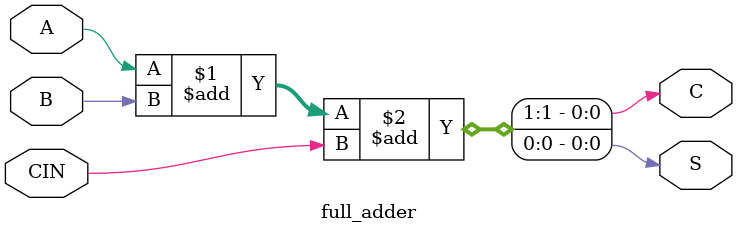
<source format=v>
module full_adder (A,B,CIN,S,C);
input A,B,CIN;
output S,C;

assign {C,S} = A + B + CIN ;

endmodule 
</source>
